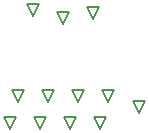
<source format=gbr>
%TF.GenerationSoftware,Altium Limited,Altium Designer,22.1.2 (22)*%
G04 Layer_Color=2752767*
%FSLAX26Y26*%
%MOIN*%
%TF.SameCoordinates,4CB55538-D73B-4A6B-AD5D-0D58206D9AAC*%
%TF.FilePolarity,Positive*%
%TF.FileFunction,Drawing*%
%TF.Part,Single*%
G01*
G75*
%TA.AperFunction,NonConductor*%
%ADD64C,0.005000*%
D64*
X-15866Y1259134D02*
X-35866Y1299134D01*
X4134D01*
X-15866Y1259134D01*
X-115866Y1244134D02*
X-135866Y1284134D01*
X-95866D01*
X-115866Y1244134D01*
X-215866Y1270866D02*
X-235866Y1310866D01*
X-195866D01*
X-215866Y1270866D01*
X138937Y944567D02*
X118937Y984567D01*
X158937D01*
X138937Y944567D01*
X34134Y983937D02*
X14134Y1023937D01*
X54134D01*
X34134Y983937D01*
X-65866D02*
X-85866Y1023937D01*
X-45866D01*
X-65866Y983937D01*
X-165866D02*
X-185866Y1023937D01*
X-145866D01*
X-165866Y983937D01*
X-265866D02*
X-285866Y1023937D01*
X-245866D01*
X-265866Y983937D01*
X9134Y892598D02*
X-10866Y932598D01*
X29134D01*
X9134Y892598D01*
X-90866D02*
X-110866Y932598D01*
X-70866D01*
X-90866Y892598D01*
X-190866D02*
X-210866Y932598D01*
X-170866D01*
X-190866Y892598D01*
X-290866D02*
X-310866Y932598D01*
X-270866D01*
X-290866Y892598D01*
%TF.MD5,bc03b3041ca9cb8980708796b11e2736*%
M02*

</source>
